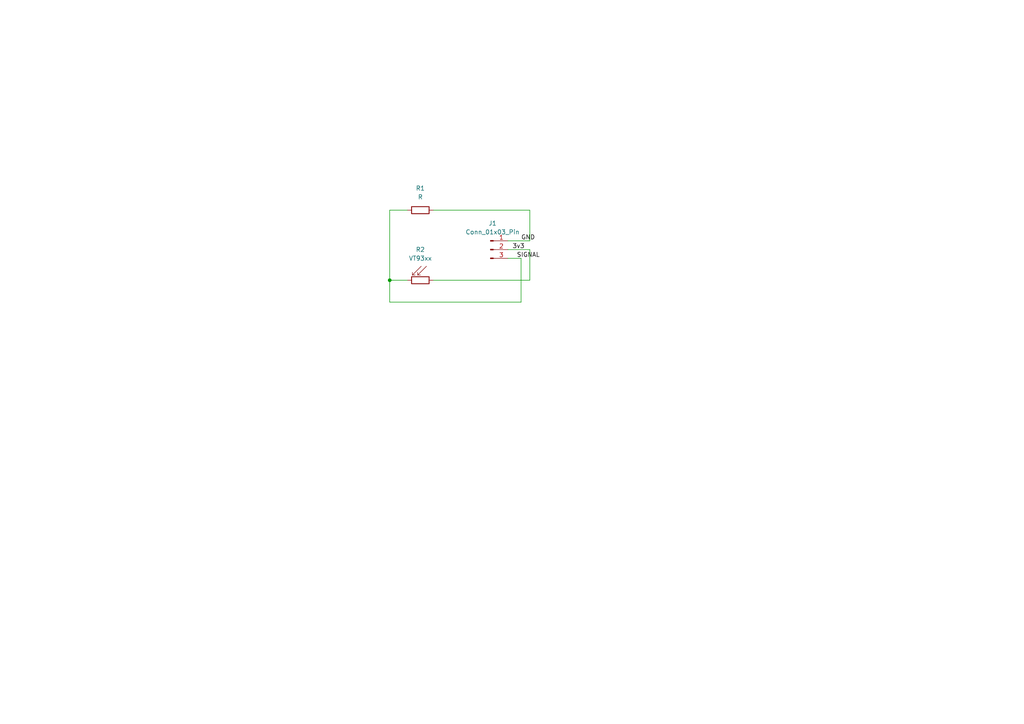
<source format=kicad_sch>
(kicad_sch (version 20231120) (generator "eeschema") (generator_version "8.0")
  (paper "A4")
  (lib_symbols
    (symbol "Connector:Conn_01x03_Pin" (pin_names (offset 1.016) hide)
      (property "Reference" "J" (at 0 5.08 0))
      (property "Value" "Conn_01x03_Pin" (at 0 -5.08 0))
      (symbol "Conn_01x03_Pin_1_1"
        (polyline (pts (xy 1.27 -2.54) (xy 0.8636 -2.54)) (stroke (width 0.1524)))
        (polyline (pts (xy 1.27 0) (xy 0.8636 0)) (stroke (width 0.1524)))
        (polyline (pts (xy 1.27 2.54) (xy 0.8636 2.54)) (stroke (width 0.1524)))
        (rectangle (start 0.8636 -2.413) (end 0 -2.667) (stroke (width 0.1524)) (fill (type outline)))
        (rectangle (start 0.8636 0.127) (end 0 -0.127) (stroke (width 0.1524)) (fill (type outline)))
        (rectangle (start 0.8636 2.667) (end 0 2.413) (stroke (width 0.1524)) (fill (type outline)))
        (pin passive line (at 5.08 2.54 180) (length 3.81) (name "Pin_1") (number "1"))
        (pin passive line (at 5.08 0 180) (length 3.81) (name "Pin_2") (number "2"))
        (pin passive line (at 5.08 -2.54 180) (length 3.81) (name "Pin_3") (number "3"))
      )
    )
    (symbol "Device:R" (pin_numbers hide) (pin_names (offset 0))
      (property "Reference" "R" (at 2.032 0 90))
      (property "Value" "R" (at 0 0 90))
      (symbol "R_0_1"
        (rectangle (start -1.016 -2.54) (end 1.016 2.54) (stroke (width 0.254)))
      )
      (symbol "R_1_1"
        (pin passive line (at 0 3.81 270) (length 1.27) (name "~") (number "1"))
        (pin passive line (at 0 -3.81 90) (length 1.27) (name "~") (number "2"))
      )
    )
    (symbol "Sensor_Optical:VT93xx" (pin_numbers hide) (pin_names (offset 0))
      (property "Reference" "R" (at -5.08 0 90))
      (property "Value" "VT93xx" (at 1.905 0 90))
      (symbol "VT93xx_0_1"
        (rectangle (start -1.016 2.54) (end 1.016 -2.54) (stroke (width 0.254)))
        (polyline (pts (xy -1.524 -2.286) (xy -4.064 0.254)))
        (polyline (pts (xy -1.524 -2.286) (xy -2.286 -2.286)))
        (polyline (pts (xy -1.524 -2.286) (xy -1.524 -1.524)))
        (polyline (pts (xy -1.524 -0.762) (xy -4.064 1.778)))
        (polyline (pts (xy -1.524 -0.762) (xy -2.286 -0.762)))
        (polyline (pts (xy -1.524 -0.762) (xy -1.524 0)))
      )
      (symbol "VT93xx_1_1"
        (pin passive line (at 0 3.81 270) (length 1.27) (name "~") (number "1"))
        (pin passive line (at 0 -3.81 90) (length 1.27) (name "~") (number "2"))
      )
    )
  )
  (junction (at 113.03 81.28))
  (wire (pts (xy 125.73 81.28) (xy 153.67 81.28)))
  (wire (pts (xy 113.03 87.63) (xy 151.13 87.63)))
  (wire (pts (xy 113.03 81.28) (xy 113.03 87.63)))
  (wire (pts (xy 151.13 87.63) (xy 151.13 74.93)))
  (wire (pts (xy 113.03 60.96) (xy 113.03 81.28)))
  (wire (pts (xy 147.32 72.39) (xy 153.67 72.39)))
  (wire (pts (xy 113.03 81.28) (xy 118.11 81.28)))
  (wire (pts (xy 153.67 81.28) (xy 153.67 72.39)))
  (wire (pts (xy 151.13 74.93) (xy 147.32 74.93)))
  (wire (pts (xy 147.32 69.85) (xy 153.67 69.85)))
  (wire (pts (xy 125.73 60.96) (xy 153.67 60.96)))
  (wire (pts (xy 118.11 60.96) (xy 113.03 60.96)))
  (wire (pts (xy 153.67 60.96) (xy 153.67 69.85)))
  (label "3v3" (at 148.59 72.39 0))
  (label "GND" (at 151.13 69.85 0))
  (label "SIGNAL" (at 149.86 74.93 0))
  (symbol (lib_id "Connector:Conn_01x03_Pin") (at 142.24 72.39 0) (unit 1)
    (property "Reference" "J1" (at 142.875 64.77 0))
    (property "Value" "Conn_01x03_Pin" (at 142.875 67.31 0))
    (property "Footprint" "Connector_PinHeader_2.54mm:PinHeader_1x03_P2.54mm_Vertical" (effects (hide yes)))
    (property "Description" "Generic connector, single row, 01x03, script generated" (effects (hide yes)))
  )
  (symbol (lib_id "Device:R") (at 121.92 60.96 90) (unit 1)
    (property "Reference" "R1" (at 121.92 54.61 90))
    (property "Value" "R" (at 121.92 57.15 90))
    (property "Footprint" "Resistor_THT:R_Axial_DIN0207_L6.3mm_D2.5mm_P10.16mm_Horizontal" (effects (hide yes)))
    (property "Description" "Resistor" (effects (hide yes)))
  )
  (symbol (lib_id "Sensor_Optical:VT93xx") (at 121.92 81.28 270) (unit 1)
    (property "Reference" "R2" (at 121.92 72.39 90))
    (property "Value" "VT93xx" (at 121.92 74.93 90))
    (property "Footprint" "OptoDevice:R_LDR_4.9x4.2mm_P2.54mm_Vertical" (effects (hide yes)))
    (property "Datasheet" "http://www.produktinfo.conrad.com/datenblaetter/125000-149999/140375-da-01-en-FOTOWIDERSTAND__VT_93_N2__THT_.pdf" (effects (hide yes)))
    (property "Description" "light dependent resistor" (effects (hide yes)))
  )
)
</source>
